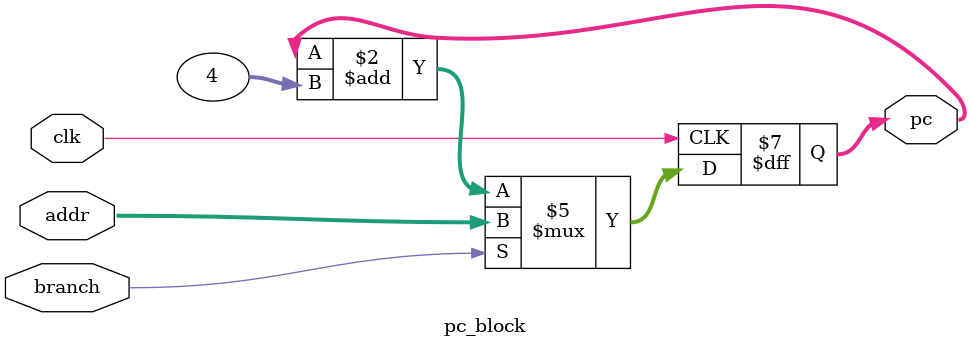
<source format=v>
module pc_block (
    input wire [31:0] addr,
    input wire clk, branch,
    output reg [31:0] pc
);

    initial pc = 0;

    always @(posedge clk) begin
        if (branch) begin
            pc <= addr;
        end else begin
            pc <= pc + 4;
        end
    end
    
endmodule
</source>
